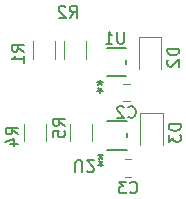
<source format=gbr>
%TF.GenerationSoftware,KiCad,Pcbnew,8.0.5*%
%TF.CreationDate,2025-03-26T12:20:30-05:00*%
%TF.ProjectId,ADC_Board,4144435f-426f-4617-9264-2e6b69636164,rev?*%
%TF.SameCoordinates,Original*%
%TF.FileFunction,Legend,Bot*%
%TF.FilePolarity,Positive*%
%FSLAX46Y46*%
G04 Gerber Fmt 4.6, Leading zero omitted, Abs format (unit mm)*
G04 Created by KiCad (PCBNEW 8.0.5) date 2025-03-26 12:20:30*
%MOMM*%
%LPD*%
G01*
G04 APERTURE LIST*
%ADD10C,0.150000*%
%ADD11C,0.120000*%
%ADD12C,0.152400*%
G04 APERTURE END LIST*
D10*
X169154819Y-79133333D02*
X168678628Y-78800000D01*
X169154819Y-78561905D02*
X168154819Y-78561905D01*
X168154819Y-78561905D02*
X168154819Y-78942857D01*
X168154819Y-78942857D02*
X168202438Y-79038095D01*
X168202438Y-79038095D02*
X168250057Y-79085714D01*
X168250057Y-79085714D02*
X168345295Y-79133333D01*
X168345295Y-79133333D02*
X168488152Y-79133333D01*
X168488152Y-79133333D02*
X168583390Y-79085714D01*
X168583390Y-79085714D02*
X168631009Y-79038095D01*
X168631009Y-79038095D02*
X168678628Y-78942857D01*
X168678628Y-78942857D02*
X168678628Y-78561905D01*
X168488152Y-79990476D02*
X169154819Y-79990476D01*
X168107200Y-79752381D02*
X168821485Y-79514286D01*
X168821485Y-79514286D02*
X168821485Y-80133333D01*
X174038095Y-82345180D02*
X174038095Y-81535657D01*
X174038095Y-81535657D02*
X174085714Y-81440419D01*
X174085714Y-81440419D02*
X174133333Y-81392800D01*
X174133333Y-81392800D02*
X174228571Y-81345180D01*
X174228571Y-81345180D02*
X174419047Y-81345180D01*
X174419047Y-81345180D02*
X174514285Y-81392800D01*
X174514285Y-81392800D02*
X174561904Y-81440419D01*
X174561904Y-81440419D02*
X174609523Y-81535657D01*
X174609523Y-81535657D02*
X174609523Y-82345180D01*
X175038095Y-82249942D02*
X175085714Y-82297561D01*
X175085714Y-82297561D02*
X175180952Y-82345180D01*
X175180952Y-82345180D02*
X175419047Y-82345180D01*
X175419047Y-82345180D02*
X175514285Y-82297561D01*
X175514285Y-82297561D02*
X175561904Y-82249942D01*
X175561904Y-82249942D02*
X175609523Y-82154704D01*
X175609523Y-82154704D02*
X175609523Y-82059466D01*
X175609523Y-82059466D02*
X175561904Y-81916609D01*
X175561904Y-81916609D02*
X174990476Y-81345180D01*
X174990476Y-81345180D02*
X175609523Y-81345180D01*
X176170450Y-81857866D02*
X176170450Y-81619771D01*
X175932355Y-81715009D02*
X176170450Y-81619771D01*
X176170450Y-81619771D02*
X176408545Y-81715009D01*
X176027593Y-81429295D02*
X176170450Y-81619771D01*
X176170450Y-81619771D02*
X176313307Y-81429295D01*
X176170449Y-80767505D02*
X176170449Y-81005600D01*
X176408544Y-80910362D02*
X176170449Y-81005600D01*
X176170449Y-81005600D02*
X175932354Y-80910362D01*
X176313306Y-81196076D02*
X176170449Y-81005600D01*
X176170449Y-81005600D02*
X176027592Y-81196076D01*
X169654819Y-72133333D02*
X169178628Y-71800000D01*
X169654819Y-71561905D02*
X168654819Y-71561905D01*
X168654819Y-71561905D02*
X168654819Y-71942857D01*
X168654819Y-71942857D02*
X168702438Y-72038095D01*
X168702438Y-72038095D02*
X168750057Y-72085714D01*
X168750057Y-72085714D02*
X168845295Y-72133333D01*
X168845295Y-72133333D02*
X168988152Y-72133333D01*
X168988152Y-72133333D02*
X169083390Y-72085714D01*
X169083390Y-72085714D02*
X169131009Y-72038095D01*
X169131009Y-72038095D02*
X169178628Y-71942857D01*
X169178628Y-71942857D02*
X169178628Y-71561905D01*
X169654819Y-73085714D02*
X169654819Y-72514286D01*
X169654819Y-72800000D02*
X168654819Y-72800000D01*
X168654819Y-72800000D02*
X168797676Y-72704762D01*
X168797676Y-72704762D02*
X168892914Y-72609524D01*
X168892914Y-72609524D02*
X168940533Y-72514286D01*
X178530766Y-77651280D02*
X178578385Y-77698900D01*
X178578385Y-77698900D02*
X178721242Y-77746519D01*
X178721242Y-77746519D02*
X178816480Y-77746519D01*
X178816480Y-77746519D02*
X178959337Y-77698900D01*
X178959337Y-77698900D02*
X179054575Y-77603661D01*
X179054575Y-77603661D02*
X179102194Y-77508423D01*
X179102194Y-77508423D02*
X179149813Y-77317947D01*
X179149813Y-77317947D02*
X179149813Y-77175090D01*
X179149813Y-77175090D02*
X179102194Y-76984614D01*
X179102194Y-76984614D02*
X179054575Y-76889376D01*
X179054575Y-76889376D02*
X178959337Y-76794138D01*
X178959337Y-76794138D02*
X178816480Y-76746519D01*
X178816480Y-76746519D02*
X178721242Y-76746519D01*
X178721242Y-76746519D02*
X178578385Y-76794138D01*
X178578385Y-76794138D02*
X178530766Y-76841757D01*
X178149813Y-76841757D02*
X178102194Y-76794138D01*
X178102194Y-76794138D02*
X178006956Y-76746519D01*
X178006956Y-76746519D02*
X177768861Y-76746519D01*
X177768861Y-76746519D02*
X177673623Y-76794138D01*
X177673623Y-76794138D02*
X177626004Y-76841757D01*
X177626004Y-76841757D02*
X177578385Y-76936995D01*
X177578385Y-76936995D02*
X177578385Y-77032233D01*
X177578385Y-77032233D02*
X177626004Y-77175090D01*
X177626004Y-77175090D02*
X178197432Y-77746519D01*
X178197432Y-77746519D02*
X177578385Y-77746519D01*
X178666666Y-84039580D02*
X178714285Y-84087200D01*
X178714285Y-84087200D02*
X178857142Y-84134819D01*
X178857142Y-84134819D02*
X178952380Y-84134819D01*
X178952380Y-84134819D02*
X179095237Y-84087200D01*
X179095237Y-84087200D02*
X179190475Y-83991961D01*
X179190475Y-83991961D02*
X179238094Y-83896723D01*
X179238094Y-83896723D02*
X179285713Y-83706247D01*
X179285713Y-83706247D02*
X179285713Y-83563390D01*
X179285713Y-83563390D02*
X179238094Y-83372914D01*
X179238094Y-83372914D02*
X179190475Y-83277676D01*
X179190475Y-83277676D02*
X179095237Y-83182438D01*
X179095237Y-83182438D02*
X178952380Y-83134819D01*
X178952380Y-83134819D02*
X178857142Y-83134819D01*
X178857142Y-83134819D02*
X178714285Y-83182438D01*
X178714285Y-83182438D02*
X178666666Y-83230057D01*
X178333332Y-83134819D02*
X177714285Y-83134819D01*
X177714285Y-83134819D02*
X178047618Y-83515771D01*
X178047618Y-83515771D02*
X177904761Y-83515771D01*
X177904761Y-83515771D02*
X177809523Y-83563390D01*
X177809523Y-83563390D02*
X177761904Y-83611009D01*
X177761904Y-83611009D02*
X177714285Y-83706247D01*
X177714285Y-83706247D02*
X177714285Y-83944342D01*
X177714285Y-83944342D02*
X177761904Y-84039580D01*
X177761904Y-84039580D02*
X177809523Y-84087200D01*
X177809523Y-84087200D02*
X177904761Y-84134819D01*
X177904761Y-84134819D02*
X178190475Y-84134819D01*
X178190475Y-84134819D02*
X178285713Y-84087200D01*
X178285713Y-84087200D02*
X178333332Y-84039580D01*
X178161904Y-70454819D02*
X178161904Y-71264342D01*
X178161904Y-71264342D02*
X178114285Y-71359580D01*
X178114285Y-71359580D02*
X178066666Y-71407200D01*
X178066666Y-71407200D02*
X177971428Y-71454819D01*
X177971428Y-71454819D02*
X177780952Y-71454819D01*
X177780952Y-71454819D02*
X177685714Y-71407200D01*
X177685714Y-71407200D02*
X177638095Y-71359580D01*
X177638095Y-71359580D02*
X177590476Y-71264342D01*
X177590476Y-71264342D02*
X177590476Y-70454819D01*
X176590476Y-71454819D02*
X177161904Y-71454819D01*
X176876190Y-71454819D02*
X176876190Y-70454819D01*
X176876190Y-70454819D02*
X176971428Y-70597676D01*
X176971428Y-70597676D02*
X177066666Y-70692914D01*
X177066666Y-70692914D02*
X177161904Y-70740533D01*
X176122049Y-74552605D02*
X176122049Y-74790700D01*
X176360144Y-74695462D02*
X176122049Y-74790700D01*
X176122049Y-74790700D02*
X175883954Y-74695462D01*
X176264906Y-74981176D02*
X176122049Y-74790700D01*
X176122049Y-74790700D02*
X175979192Y-74981176D01*
X176122050Y-75642966D02*
X176122050Y-75404871D01*
X175883955Y-75500109D02*
X176122050Y-75404871D01*
X176122050Y-75404871D02*
X176360145Y-75500109D01*
X175979193Y-75214395D02*
X176122050Y-75404871D01*
X176122050Y-75404871D02*
X176264907Y-75214395D01*
X182818919Y-71873605D02*
X181818919Y-71873605D01*
X181818919Y-71873605D02*
X181818919Y-72111700D01*
X181818919Y-72111700D02*
X181866538Y-72254557D01*
X181866538Y-72254557D02*
X181961776Y-72349795D01*
X181961776Y-72349795D02*
X182057014Y-72397414D01*
X182057014Y-72397414D02*
X182247490Y-72445033D01*
X182247490Y-72445033D02*
X182390347Y-72445033D01*
X182390347Y-72445033D02*
X182580823Y-72397414D01*
X182580823Y-72397414D02*
X182676061Y-72349795D01*
X182676061Y-72349795D02*
X182771300Y-72254557D01*
X182771300Y-72254557D02*
X182818919Y-72111700D01*
X182818919Y-72111700D02*
X182818919Y-71873605D01*
X181914157Y-72825986D02*
X181866538Y-72873605D01*
X181866538Y-72873605D02*
X181818919Y-72968843D01*
X181818919Y-72968843D02*
X181818919Y-73206938D01*
X181818919Y-73206938D02*
X181866538Y-73302176D01*
X181866538Y-73302176D02*
X181914157Y-73349795D01*
X181914157Y-73349795D02*
X182009395Y-73397414D01*
X182009395Y-73397414D02*
X182104633Y-73397414D01*
X182104633Y-73397414D02*
X182247490Y-73349795D01*
X182247490Y-73349795D02*
X182818919Y-72778367D01*
X182818919Y-72778367D02*
X182818919Y-73397414D01*
X173566666Y-69254819D02*
X173899999Y-68778628D01*
X174138094Y-69254819D02*
X174138094Y-68254819D01*
X174138094Y-68254819D02*
X173757142Y-68254819D01*
X173757142Y-68254819D02*
X173661904Y-68302438D01*
X173661904Y-68302438D02*
X173614285Y-68350057D01*
X173614285Y-68350057D02*
X173566666Y-68445295D01*
X173566666Y-68445295D02*
X173566666Y-68588152D01*
X173566666Y-68588152D02*
X173614285Y-68683390D01*
X173614285Y-68683390D02*
X173661904Y-68731009D01*
X173661904Y-68731009D02*
X173757142Y-68778628D01*
X173757142Y-68778628D02*
X174138094Y-68778628D01*
X173185713Y-68350057D02*
X173138094Y-68302438D01*
X173138094Y-68302438D02*
X173042856Y-68254819D01*
X173042856Y-68254819D02*
X172804761Y-68254819D01*
X172804761Y-68254819D02*
X172709523Y-68302438D01*
X172709523Y-68302438D02*
X172661904Y-68350057D01*
X172661904Y-68350057D02*
X172614285Y-68445295D01*
X172614285Y-68445295D02*
X172614285Y-68540533D01*
X172614285Y-68540533D02*
X172661904Y-68683390D01*
X172661904Y-68683390D02*
X173233332Y-69254819D01*
X173233332Y-69254819D02*
X172614285Y-69254819D01*
X182954819Y-78261905D02*
X181954819Y-78261905D01*
X181954819Y-78261905D02*
X181954819Y-78500000D01*
X181954819Y-78500000D02*
X182002438Y-78642857D01*
X182002438Y-78642857D02*
X182097676Y-78738095D01*
X182097676Y-78738095D02*
X182192914Y-78785714D01*
X182192914Y-78785714D02*
X182383390Y-78833333D01*
X182383390Y-78833333D02*
X182526247Y-78833333D01*
X182526247Y-78833333D02*
X182716723Y-78785714D01*
X182716723Y-78785714D02*
X182811961Y-78738095D01*
X182811961Y-78738095D02*
X182907200Y-78642857D01*
X182907200Y-78642857D02*
X182954819Y-78500000D01*
X182954819Y-78500000D02*
X182954819Y-78261905D01*
X181954819Y-79166667D02*
X181954819Y-79785714D01*
X181954819Y-79785714D02*
X182335771Y-79452381D01*
X182335771Y-79452381D02*
X182335771Y-79595238D01*
X182335771Y-79595238D02*
X182383390Y-79690476D01*
X182383390Y-79690476D02*
X182431009Y-79738095D01*
X182431009Y-79738095D02*
X182526247Y-79785714D01*
X182526247Y-79785714D02*
X182764342Y-79785714D01*
X182764342Y-79785714D02*
X182859580Y-79738095D01*
X182859580Y-79738095D02*
X182907200Y-79690476D01*
X182907200Y-79690476D02*
X182954819Y-79595238D01*
X182954819Y-79595238D02*
X182954819Y-79309524D01*
X182954819Y-79309524D02*
X182907200Y-79214286D01*
X182907200Y-79214286D02*
X182859580Y-79166667D01*
X173154819Y-78433333D02*
X172678628Y-78100000D01*
X173154819Y-77861905D02*
X172154819Y-77861905D01*
X172154819Y-77861905D02*
X172154819Y-78242857D01*
X172154819Y-78242857D02*
X172202438Y-78338095D01*
X172202438Y-78338095D02*
X172250057Y-78385714D01*
X172250057Y-78385714D02*
X172345295Y-78433333D01*
X172345295Y-78433333D02*
X172488152Y-78433333D01*
X172488152Y-78433333D02*
X172583390Y-78385714D01*
X172583390Y-78385714D02*
X172631009Y-78338095D01*
X172631009Y-78338095D02*
X172678628Y-78242857D01*
X172678628Y-78242857D02*
X172678628Y-77861905D01*
X172154819Y-79338095D02*
X172154819Y-78861905D01*
X172154819Y-78861905D02*
X172631009Y-78814286D01*
X172631009Y-78814286D02*
X172583390Y-78861905D01*
X172583390Y-78861905D02*
X172535771Y-78957143D01*
X172535771Y-78957143D02*
X172535771Y-79195238D01*
X172535771Y-79195238D02*
X172583390Y-79290476D01*
X172583390Y-79290476D02*
X172631009Y-79338095D01*
X172631009Y-79338095D02*
X172726247Y-79385714D01*
X172726247Y-79385714D02*
X172964342Y-79385714D01*
X172964342Y-79385714D02*
X173059580Y-79338095D01*
X173059580Y-79338095D02*
X173107200Y-79290476D01*
X173107200Y-79290476D02*
X173154819Y-79195238D01*
X173154819Y-79195238D02*
X173154819Y-78957143D01*
X173154819Y-78957143D02*
X173107200Y-78861905D01*
X173107200Y-78861905D02*
X173059580Y-78814286D01*
D11*
%TO.C,R4*%
X169690000Y-78272936D02*
X169690000Y-79727064D01*
X171510000Y-78272936D02*
X171510000Y-79727064D01*
D12*
%TO.C,U2*%
X176722900Y-80421400D02*
X178373900Y-80421400D01*
X178373900Y-78008400D02*
X176722900Y-78008400D01*
X178373900Y-79379759D02*
X178373900Y-79050041D01*
D11*
%TO.C,R1*%
X170490000Y-71272936D02*
X170490000Y-72727064D01*
X172310000Y-71272936D02*
X172310000Y-72727064D01*
%TO.C,C2*%
X178625352Y-74876700D02*
X178102848Y-74876700D01*
X178625352Y-76346700D02*
X178102848Y-76346700D01*
%TO.C,C3*%
X178761252Y-81265000D02*
X178238748Y-81265000D01*
X178761252Y-82735000D02*
X178238748Y-82735000D01*
D12*
%TO.C,U1*%
X176674500Y-74206500D02*
X178325500Y-74206500D01*
X178325500Y-71793500D02*
X176674500Y-71793500D01*
X178325500Y-73164859D02*
X178325500Y-72835141D01*
D11*
%TO.C,D2*%
X179404100Y-70926700D02*
X179404100Y-73611700D01*
X181324100Y-70926700D02*
X179404100Y-70926700D01*
X181324100Y-73611700D02*
X181324100Y-70926700D01*
%TO.C,R2*%
X173090000Y-71272936D02*
X173090000Y-72727064D01*
X174910000Y-71272936D02*
X174910000Y-72727064D01*
%TO.C,D3*%
X179540000Y-77315000D02*
X179540000Y-80000000D01*
X181460000Y-77315000D02*
X179540000Y-77315000D01*
X181460000Y-80000000D02*
X181460000Y-77315000D01*
%TO.C,R5*%
X173590000Y-78272936D02*
X173590000Y-79727064D01*
X175410000Y-78272936D02*
X175410000Y-79727064D01*
%TD*%
M02*

</source>
